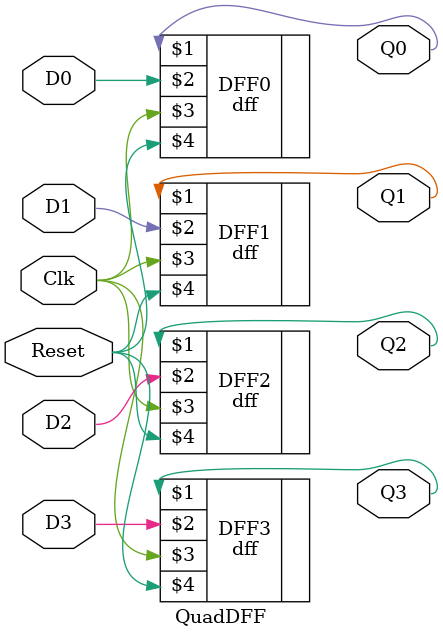
<source format=v>
`timescale 1ns / 1ps


module QuadDFF(D0, D1, D2, D3, Q0, Q1, Q2, Q3, Reset, Clk);

	input D0, D1, D2, D3, Clk, Reset;	//Reset is active LOW
	output Q0, Q1, Q2, Q3;
	
	dff DFF0(Q0, D0, Clk, Reset);
	dff DFF1(Q1, D1, Clk, Reset);
	dff DFF2(Q2, D2, Clk, Reset);
	dff DFF3(Q3, D3, Clk, Reset);
	
endmodule

</source>
